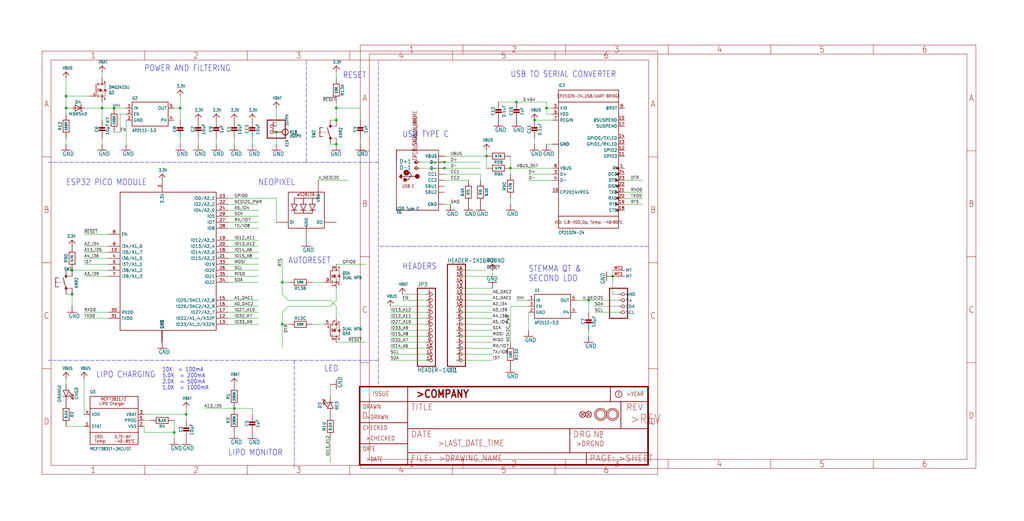
<source format=kicad_sch>
(kicad_sch (version 20211123) (generator eeschema)
  (paper "User" 433.07 220.421)
  (junction (at 78.74 175.26))
  (junction (at 259.08 116.84))
  (junction (at 43.18 45.72))
  (junction (at 119.38 137.16))
  (junction (at 30.48 124.46))
  (junction (at 73.66 182.88))
  (junction (at 27.94 40.64))
  (junction (at 218.44 43.18))
  (junction (at 142.24 60.96))
  (junction (at 27.94 45.72))
  (junction (at 116.84 55.88))
  (junction (at 215.9 71.12))
  (junction (at 142.24 50.8))
  (junction (at 205.74 66.04))
  (junction (at 119.38 119.38))
  (junction (at 187.96 71.12))
  (junction (at 48.26 45.72))
  (junction (at 248.92 127))
  (junction (at 142.24 45.72))
  (junction (at 76.2 45.72))
  (junction (at 226.06 50.8))
  (junction (at 187.96 68.58))
  (junction (at 231.14 45.72))
  (junction (at 30.48 114.3))
  (junction (at 99.06 172.72))
  (wire (pts (xy 187.96 73.66) (xy 203.2 73.66)))
  (wire (pts (xy 226.06 58.42) (xy 226.06 60.96)))
  (wire (pts (xy 215.9 66.04) (xy 215.9 71.12)))
  (wire (pts (xy 76.2 50.8) (xy 76.2 45.72)))
  (wire (pts (xy 109.22 96.52) (xy 96.52 96.52)))
  (wire (pts (xy 73.66 45.72) (xy 76.2 45.72)))
  (wire (pts (xy 99.06 60.96) (xy 99.06 58.42)))
  (wire (pts (xy 45.72 132.08) (xy 35.56 132.08)))
  (wire (pts (xy 154.94 144.78) (xy 142.24 144.78)))
  (wire (pts (xy 96.52 137.16) (xy 109.22 137.16)))
  (wire (pts (xy 50.8 48.26) (xy 53.34 48.26)))
  (wire (pts (xy 193.04 142.24) (xy 208.28 142.24)))
  (wire (pts (xy 193.04 121.92) (xy 208.28 121.92)))
  (polyline (pts (xy 129.54 68.58) (xy 129.54 25.4)))
  (wire (pts (xy 139.7 167.64) (xy 139.7 162.56)))
  (wire (pts (xy 43.18 30.48) (xy 43.18 33.02)))
  (wire (pts (xy 96.52 132.08) (xy 109.22 132.08)))
  (wire (pts (xy 193.04 134.62) (xy 208.28 134.62)))
  (wire (pts (xy 139.7 185.42) (xy 139.7 195.58)))
  (wire (pts (xy 205.74 66.04) (xy 187.96 66.04)))
  (wire (pts (xy 119.38 132.08) (xy 119.38 137.16)))
  (wire (pts (xy 193.04 137.16) (xy 208.28 137.16)))
  (wire (pts (xy 165.1 152.4) (xy 180.34 152.4)))
  (wire (pts (xy 116.84 60.96) (xy 116.84 55.88)))
  (wire (pts (xy 165.1 139.7) (xy 180.34 139.7)))
  (wire (pts (xy 205.74 66.04) (xy 205.74 71.12)))
  (wire (pts (xy 45.72 111.76) (xy 35.56 111.76)))
  (wire (pts (xy 43.18 45.72) (xy 43.18 50.8)))
  (wire (pts (xy 99.06 172.72) (xy 86.36 172.72)))
  (wire (pts (xy 142.24 121.92) (xy 142.24 127)))
  (wire (pts (xy 187.96 71.12) (xy 177.8 71.12)))
  (wire (pts (xy 119.38 137.16) (xy 121.92 137.16)))
  (wire (pts (xy 119.38 109.22) (xy 119.38 119.38)))
  (wire (pts (xy 251.46 132.08) (xy 261.62 132.08)))
  (wire (pts (xy 271.78 83.82) (xy 264.16 83.82)))
  (wire (pts (xy 203.2 73.66) (xy 203.2 76.2)))
  (wire (pts (xy 223.52 76.2) (xy 233.68 76.2)))
  (wire (pts (xy 35.56 104.14) (xy 45.72 104.14)))
  (wire (pts (xy 231.14 43.18) (xy 231.14 45.72)))
  (polyline (pts (xy 124.46 152.4) (xy 124.46 198.12)))
  (wire (pts (xy 27.94 45.72) (xy 27.94 40.64)))
  (wire (pts (xy 215.9 71.12) (xy 215.9 73.66)))
  (wire (pts (xy 60.96 182.88) (xy 73.66 182.88)))
  (wire (pts (xy 96.52 127) (xy 109.22 127)))
  (polyline (pts (xy 160.02 152.4) (xy 160.02 104.14)))
  (wire (pts (xy 139.7 60.96) (xy 142.24 60.96)))
  (wire (pts (xy 205.74 66.04) (xy 205.74 63.5)))
  (wire (pts (xy 208.28 149.86) (xy 193.04 149.86)))
  (wire (pts (xy 45.72 99.06) (xy 35.56 99.06)))
  (wire (pts (xy 190.5 86.36) (xy 187.96 86.36)))
  (wire (pts (xy 259.08 124.46) (xy 261.62 124.46)))
  (wire (pts (xy 203.2 71.12) (xy 187.96 71.12)))
  (wire (pts (xy 109.22 111.76) (xy 96.52 111.76)))
  (wire (pts (xy 223.52 73.66) (xy 233.68 73.66)))
  (wire (pts (xy 96.52 116.84) (xy 109.22 116.84)))
  (wire (pts (xy 96.52 109.22) (xy 109.22 109.22)))
  (wire (pts (xy 180.34 137.16) (xy 165.1 137.16)))
  (polyline (pts (xy 160.02 68.58) (xy 160.02 25.4)))
  (wire (pts (xy 119.38 119.38) (xy 121.92 119.38)))
  (wire (pts (xy 27.94 160.02) (xy 27.94 162.56)))
  (wire (pts (xy 170.18 124.46) (xy 180.34 124.46)))
  (wire (pts (xy 248.92 139.7) (xy 248.92 142.24)))
  (wire (pts (xy 50.8 55.88) (xy 50.8 48.26)))
  (wire (pts (xy 78.74 177.8) (xy 78.74 175.26)))
  (wire (pts (xy 73.66 182.88) (xy 73.66 185.42)))
  (wire (pts (xy 96.52 88.9) (xy 109.22 88.9)))
  (polyline (pts (xy 160.02 162.56) (xy 160.02 152.4)))
  (wire (pts (xy 96.52 119.38) (xy 109.22 119.38)))
  (wire (pts (xy 48.26 55.88) (xy 50.8 55.88)))
  (wire (pts (xy 116.84 93.98) (xy 116.84 83.82)))
  (wire (pts (xy 142.24 111.76) (xy 154.94 111.76)))
  (wire (pts (xy 35.56 175.26) (xy 35.56 160.02)))
  (wire (pts (xy 30.48 114.3) (xy 27.94 114.3)))
  (polyline (pts (xy 20.32 68.58) (xy 129.54 68.58)))
  (wire (pts (xy 233.68 50.8) (xy 226.06 50.8)))
  (wire (pts (xy 233.68 60.96) (xy 231.14 60.96)))
  (wire (pts (xy 233.68 45.72) (xy 231.14 45.72)))
  (wire (pts (xy 27.94 40.64) (xy 27.94 33.02)))
  (wire (pts (xy 261.62 127) (xy 248.92 127)))
  (wire (pts (xy 60.96 180.34) (xy 60.96 182.88)))
  (wire (pts (xy 208.28 132.08) (xy 193.04 132.08)))
  (wire (pts (xy 215.9 86.36) (xy 215.9 83.82)))
  (wire (pts (xy 132.08 119.38) (xy 137.16 119.38)))
  (wire (pts (xy 208.28 144.78) (xy 193.04 144.78)))
  (wire (pts (xy 193.04 129.54) (xy 208.28 129.54)))
  (wire (pts (xy 121.92 127) (xy 119.38 124.46)))
  (wire (pts (xy 264.16 81.28) (xy 271.78 81.28)))
  (wire (pts (xy 139.7 129.54) (xy 121.92 129.54)))
  (wire (pts (xy 96.52 104.14) (xy 109.22 104.14)))
  (wire (pts (xy 27.94 124.46) (xy 30.48 124.46)))
  (wire (pts (xy 193.04 127) (xy 208.28 127)))
  (polyline (pts (xy 124.46 152.4) (xy 20.32 152.4)))
  (wire (pts (xy 233.68 71.12) (xy 215.9 71.12)))
  (wire (pts (xy 264.16 76.2) (xy 271.78 76.2)))
  (wire (pts (xy 142.24 134.62) (xy 142.24 129.54)))
  (wire (pts (xy 45.72 109.22) (xy 35.56 109.22)))
  (wire (pts (xy 142.24 30.48) (xy 142.24 33.02)))
  (wire (pts (xy 193.04 139.7) (xy 208.28 139.7)))
  (wire (pts (xy 35.56 134.62) (xy 45.72 134.62)))
  (wire (pts (xy 134.62 76.2) (xy 147.32 76.2)))
  (wire (pts (xy 261.62 129.54) (xy 251.46 129.54)))
  (wire (pts (xy 99.06 172.72) (xy 106.68 172.72)))
  (wire (pts (xy 53.34 45.72) (xy 48.26 45.72)))
  (wire (pts (xy 96.52 101.6) (xy 109.22 101.6)))
  (wire (pts (xy 35.56 106.68) (xy 45.72 106.68)))
  (wire (pts (xy 121.92 129.54) (xy 119.38 132.08)))
  (wire (pts (xy 78.74 175.26) (xy 78.74 172.72)))
  (polyline (pts (xy 160.02 104.14) (xy 160.02 68.58)))
  (wire (pts (xy 208.28 114.3) (xy 208.28 116.84)))
  (wire (pts (xy 27.94 60.96) (xy 27.94 58.42)))
  (wire (pts (xy 180.34 132.08) (xy 165.1 132.08)))
  (wire (pts (xy 187.96 76.2) (xy 198.12 76.2)))
  (wire (pts (xy 96.52 86.36) (xy 109.22 86.36)))
  (wire (pts (xy 218.44 43.18) (xy 231.14 43.18)))
  (wire (pts (xy 48.26 45.72) (xy 43.18 45.72)))
  (wire (pts (xy 193.04 152.4) (xy 208.28 152.4)))
  (wire (pts (xy 218.44 43.18) (xy 210.82 43.18)))
  (wire (pts (xy 60.96 177.8) (xy 63.5 177.8)))
  (wire (pts (xy 91.44 60.96) (xy 91.44 58.42)))
  (wire (pts (xy 96.52 134.62) (xy 109.22 134.62)))
  (wire (pts (xy 76.2 45.72) (xy 76.2 40.64)))
  (wire (pts (xy 73.66 177.8) (xy 73.66 182.88)))
  (wire (pts (xy 233.68 48.26) (xy 231.14 48.26)))
  (wire (pts (xy 83.82 58.42) (xy 83.82 60.96)))
  (wire (pts (xy 116.84 45.72) (xy 116.84 53.34)))
  (wire (pts (xy 27.94 48.26) (xy 27.94 45.72)))
  (wire (pts (xy 139.7 127) (xy 121.92 127)))
  (wire (pts (xy 208.28 116.84) (xy 193.04 116.84)))
  (wire (pts (xy 96.52 91.44) (xy 109.22 91.44)))
  (wire (pts (xy 259.08 116.84) (xy 259.08 114.3)))
  (wire (pts (xy 119.38 124.46) (xy 119.38 119.38)))
  (wire (pts (xy 243.84 127) (xy 248.92 127)))
  (wire (pts (xy 170.18 127) (xy 180.34 127)))
  (polyline (pts (xy 160.02 68.58) (xy 129.54 68.58)))
  (wire (pts (xy 142.24 50.8) (xy 139.7 50.8)))
  (wire (pts (xy 27.94 180.34) (xy 35.56 180.34)))
  (wire (pts (xy 165.1 142.24) (xy 180.34 142.24)))
  (polyline (pts (xy 274.32 104.14) (xy 160.02 104.14)))
  (wire (pts (xy 106.68 60.96) (xy 106.68 58.42)))
  (wire (pts (xy 96.52 83.82) (xy 116.84 83.82)))
  (wire (pts (xy 193.04 124.46) (xy 208.28 124.46)))
  (wire (pts (xy 259.08 124.46) (xy 259.08 116.84)))
  (wire (pts (xy 223.52 132.08) (xy 223.52 139.7)))
  (wire (pts (xy 43.18 58.42) (xy 43.18 60.96)))
  (wire (pts (xy 142.24 129.54) (xy 139.7 127)))
  (wire (pts (xy 165.1 144.78) (xy 180.34 144.78)))
  (wire (pts (xy 96.52 114.3) (xy 109.22 114.3)))
  (wire (pts (xy 35.56 45.72) (xy 43.18 45.72)))
  (wire (pts (xy 96.52 93.98) (xy 109.22 93.98)))
  (wire (pts (xy 193.04 114.3) (xy 205.74 114.3)))
  (wire (pts (xy 180.34 129.54) (xy 165.1 129.54)))
  (wire (pts (xy 35.56 116.84) (xy 45.72 116.84)))
  (wire (pts (xy 96.52 129.54) (xy 109.22 129.54)))
  (wire (pts (xy 215.9 129.54) (xy 215.9 144.78)))
  (wire (pts (xy 38.1 40.64) (xy 27.94 40.64)))
  (wire (pts (xy 165.1 134.62) (xy 180.34 134.62)))
  (wire (pts (xy 142.24 45.72) (xy 142.24 50.8)))
  (wire (pts (xy 30.48 45.72) (xy 27.94 45.72)))
  (wire (pts (xy 223.52 127) (xy 218.44 127)))
  (wire (pts (xy 231.14 45.72) (xy 231.14 48.26)))
  (wire (pts (xy 180.34 149.86) (xy 165.1 149.86)))
  (wire (pts (xy 142.24 127) (xy 139.7 129.54)))
  (polyline (pts (xy 160.02 152.4) (xy 124.46 152.4)))
  (wire (pts (xy 137.16 137.16) (xy 132.08 137.16)))
  (wire (pts (xy 142.24 43.18) (xy 142.24 45.72)))
  (wire (pts (xy 223.52 129.54) (xy 215.9 129.54)))
  (wire (pts (xy 119.38 137.16) (xy 119.38 147.32)))
  (wire (pts (xy 45.72 114.3) (xy 30.48 114.3)))
  (wire (pts (xy 96.52 106.68) (xy 109.22 106.68)))
  (wire (pts (xy 76.2 58.42) (xy 76.2 60.96)))
  (wire (pts (xy 248.92 132.08) (xy 248.92 127)))
  (wire (pts (xy 106.68 172.72) (xy 106.68 175.26)))
  (wire (pts (xy 30.48 124.46) (xy 30.48 129.54)))
  (wire (pts (xy 152.4 60.96) (xy 152.4 58.42)))
  (wire (pts (xy 187.96 68.58) (xy 177.8 68.58)))
  (wire (pts (xy 142.24 45.72) (xy 152.4 45.72)))
  (wire (pts (xy 193.04 147.32) (xy 208.28 147.32)))
  (wire (pts (xy 271.78 86.36) (xy 264.16 86.36)))
  (wire (pts (xy 53.34 50.8) (xy 53.34 60.96)))
  (wire (pts (xy 60.96 175.26) (xy 78.74 175.26)))
  (wire (pts (xy 152.4 50.8) (xy 152.4 45.72)))
  (wire (pts (xy 203.2 68.58) (xy 187.96 68.58)))
  (wire (pts (xy 43.18 43.18) (xy 43.18 45.72)))
  (wire (pts (xy 180.34 147.32) (xy 165.1 147.32)))
  (text "AUTORESET" (at 121.92 111.76 180) (effects (font (size 2.54 2.159)) (justify left bottom)))
  (text "NEOPIXEL" (at 109.22 78.74 180) (effects (font (size 2.54 2.159)) (justify left bottom)))
  (text "LIPO CHARGING" (at 40.64 160.02 180) (effects (font (size 2.54 2.159)) (justify left bottom)))
  (text "POWER AND FILTERING" (at 60.96 30.48 180) (effects (font (size 2.54 2.159)) (justify left bottom)))
  (text "5.0K  = 200mA" (at 68.58 160.02 180) (effects (font (size 1.778 1.5113)) (justify left bottom)))
  (text "RESET" (at 154.94 30.48 180) (effects (font (size 2.54 2.159)) (justify right top)))
  (text "USB TO SERIAL CONVERTER" (at 215.9 33.02 180) (effects (font (size 2.54 2.159)) (justify left bottom)))
  (text "STEMMA QT &\nSECOND LDO" (at 223.52 119.38 180) (effects (font (size 2.54 2.159)) (justify left bottom)))
  (text "ESP32 PICO MODULE" (at 27.94 78.74 180) (effects (font (size 2.54 2.159)) (justify left bottom)))
  (text "2.0K  = 500mA" (at 68.58 162.56 180) (effects (font (size 1.778 1.5113)) (justify left bottom)))
  (text "HEADERS" (at 170.18 114.3 180) (effects (font (size 2.54 2.159)) (justify left bottom)))
  (text "LED" (at 137.16 157.48 180) (effects (font (size 2.54 2.159)) (justify left bottom)))
  (text "USB TYPE C" (at 170.18 58.42 180) (effects (font (size 2.54 2.159)) (justify left bottom)))
  (text "10K  = 100mA" (at 68.58 157.48 180) (effects (font (size 1.778 1.5113)) (justify left bottom)))
  (text "1.0K  = 1000mA" (at 68.58 165.1 180) (effects (font (size 1.778 1.5113)) (justify left bottom)))
  (text "LIPO MONITOR" (at 96.52 193.04 180) (effects (font (size 2.54 2.159)) (justify left bottom)))
  (label "~{RESET}" (at 205.74 114.3 0) (effects (font (size 1.2446 1.2446))))
  (label "A2_I34" (at 35.56 104.14 0) (effects (font (size 1.2446 1.2446))))
  (label "A4_I36" (at 208.28 134.62 0) (effects (font (size 1.2446 1.2446))))
  (label "IO14_A6" (at 99.06 106.68 0) (effects (font (size 1.2446 1.2446))))
  (label "NEOI2C_PWR" (at 99.06 86.36 0) (effects (font (size 1.2446 1.2446))))
  (label "SDA" (at 165.1 152.4 0) (effects (font (size 1.2446 1.2446))))
  (label "IO15_A8" (at 165.1 142.24 0) (effects (font (size 1.2446 1.2446))))
  (label "RXD0" (at 35.56 132.08 0) (effects (font (size 1.2446 1.2446))))
  (label "MISO" (at 99.06 116.84 0) (effects (font (size 1.2446 1.2446))))
  (label "MOSI" (at 99.06 111.76 0) (effects (font (size 1.2446 1.2446))))
  (label "I37" (at 208.28 152.4 0) (effects (font (size 1.2446 1.2446))))
  (label "3.45V" (at 220.98 43.18 0) (effects (font (size 1.2446 1.2446))))
  (label "MOSI" (at 208.28 142.24 0) (effects (font (size 1.2446 1.2446))))
  (label "IO14_A6" (at 165.1 147.32 0) (effects (font (size 1.2446 1.2446))))
  (label "~{RESET}" (at 142.24 43.18 180) (effects (font (size 1.2446 1.2446))))
  (label "VHI" (at 50.8 45.72 180) (effects (font (size 1.2446 1.2446))))
  (label "GPIO0" (at 144.78 111.76 0) (effects (font (size 1.2446 1.2446))))
  (label "A2_I34" (at 208.28 129.54 0) (effects (font (size 1.2446 1.2446))))
  (label "MISO" (at 208.28 144.78 0) (effects (font (size 1.2446 1.2446))))
  (label "D+" (at 190.5 68.58 0) (effects (font (size 1.2446 1.2446))))
  (label "~{RESET}" (at 35.56 99.06 0) (effects (font (size 1.2446 1.2446))))
  (label "A13_I35" (at 86.36 172.72 0) (effects (font (size 1.2446 1.2446))))
  (label "DTR" (at 121.92 137.16 270) (effects (font (size 1.2446 1.2446))))
  (label "TX/IO8" (at 99.06 96.52 0) (effects (font (size 1.2446 1.2446))))
  (label "V_NEOI2C" (at 246.38 127 0) (effects (font (size 1.2446 1.2446))))
  (label "A5_IO4" (at 208.28 137.16 0) (effects (font (size 1.2446 1.2446))))
  (label "A5_IO4" (at 99.06 88.9 0) (effects (font (size 1.2446 1.2446))))
  (label "IO13_A12" (at 139.7 193.04 90) (effects (font (size 1.2446 1.2446))))
  (label "A0_DAC2" (at 208.28 124.46 0) (effects (font (size 1.2446 1.2446))))
  (label "V_NEOI2C" (at 134.62 76.2 0) (effects (font (size 1.2446 1.2446))))
  (label "VHI" (at 218.44 127 0) (effects (font (size 1.2446 1.2446))))
  (label "SCL" (at 251.46 132.08 0) (effects (font (size 1.2446 1.2446))))
  (label "IO12_A11" (at 165.1 134.62 0) (effects (font (size 1.2446 1.2446))))
  (label "GPIO0" (at 99.06 83.82 0) (effects (font (size 1.2446 1.2446))))
  (label "TX/IO8" (at 208.28 149.86 0) (effects (font (size 1.2446 1.2446))))
  (label "SCK" (at 99.06 91.44 0) (effects (font (size 1.2446 1.2446))))
  (label "A0_DAC2" (at 99.06 129.54 0) (effects (font (size 1.2446 1.2446))))
  (label "GND" (at 190.5 86.36 0) (effects (font (size 1.2446 1.2446))))
  (label "RTS" (at 266.7 86.36 0) (effects (font (size 1.2446 1.2446))))
  (label "EN" (at 50.8 55.88 0) (effects (font (size 1.2446 1.2446))))
  (label "DTR" (at 266.7 76.2 0) (effects (font (size 1.2446 1.2446))))
  (label "EN" (at 170.18 127 0) (effects (font (size 1.2446 1.2446))))
  (label "SDA" (at 99.06 119.38 0) (effects (font (size 1.2446 1.2446))))
  (label "IO27_A10" (at 99.06 132.08 0) (effects (font (size 1.2446 1.2446))))
  (label "CC1" (at 190.5 73.66 0) (effects (font (size 1.2446 1.2446))))
  (label "IO33_A9" (at 99.06 137.16 0) (effects (font (size 1.2446 1.2446))))
  (label "SDA" (at 251.46 129.54 0) (effects (font (size 1.2446 1.2446))))
  (label "IO32_A7" (at 165.1 144.78 0) (effects (font (size 1.2446 1.2446))))
  (label "I37" (at 35.56 111.76 0) (effects (font (size 1.2446 1.2446))))
  (label "IO32_A7" (at 99.06 134.62 0) (effects (font (size 1.2446 1.2446))))
  (label "VBUS" (at 190.5 66.04 0) (effects (font (size 1.2446 1.2446))))
  (label "D+" (at 223.52 73.66 0) (effects (font (size 1.2446 1.2446))))
  (label "RX/IO7" (at 208.28 147.32 0) (effects (font (size 1.2446 1.2446))))
  (label "VBUS_DET" (at 218.44 71.12 0) (effects (font (size 1.2446 1.2446))))
  (label "RXD0" (at 266.7 81.28 0) (effects (font (size 1.2446 1.2446))))
  (label "TXD0" (at 266.7 83.82 0) (effects (font (size 1.2446 1.2446))))
  (label "SCK" (at 208.28 139.7 0) (effects (font (size 1.2446 1.2446))))
  (label "A3_I39" (at 208.28 132.08 0) (effects (font (size 1.2446 1.2446))))
  (label "IO13_A12" (at 165.1 132.08 0) (effects (font (size 1.2446 1.2446))))
  (label "NEOI2C_PWR" (at 215.9 144.78 90) (effects (font (size 1.2446 1.2446))))
  (label "RX/IO7" (at 99.06 93.98 0) (effects (font (size 1.2446 1.2446))))
  (label "SCL" (at 99.06 114.3 0) (effects (font (size 1.2446 1.2446))))
  (label "A4_I36" (at 35.56 109.22 0) (effects (font (size 1.2446 1.2446))))
  (label "IO13_A12" (at 99.06 104.14 0) (effects (font (size 1.2446 1.2446))))
  (label "IO12_A11" (at 99.06 101.6 0) (effects (font (size 1.2446 1.2446))))
  (label "IO15_A8" (at 99.06 109.22 0) (effects (font (size 1.2446 1.2446))))
  (label "D-" (at 190.5 71.12 0) (effects (font (size 1.2446 1.2446))))
  (label "A3_I39" (at 35.56 116.84 0) (effects (font (size 1.2446 1.2446))))
  (label "A1_DAC1" (at 99.06 127 0) (effects (font (size 1.2446 1.2446))))
  (label "TXD0" (at 35.56 134.62 0) (effects (font (size 1.2446 1.2446))))
  (label "D-" (at 223.52 76.2 0) (effects (font (size 1.2446 1.2446))))
  (label "CC2" (at 190.5 76.2 0) (effects (font (size 1.2446 1.2446))))
  (label "A1_DAC1" (at 208.28 127 0) (effects (font (size 1.2446 1.2446))))
  (label "SCL" (at 165.1 149.86 0) (effects (font (size 1.2446 1.2446))))
  (label "IO33_A9" (at 165.1 139.7 0) (effects (font (size 1.2446 1.2446))))
  (label "RTS" (at 119.38 109.22 270) (effects (font (size 1.2446 1.2446))))
  (label "~{RESET}" (at 147.32 144.78 0) (effects (font (size 1.2446 1.2446))))
  (label "A13_I35" (at 35.56 106.68 0) (effects (font (size 1.2446 1.2446))))
  (label "IO27_A10" (at 165.1 137.16 0) (effects (font (size 1.2446 1.2446))))
  (symbol (lib_id "schematicEagle-eagle-import:FRAME_A4") (at 17.78 200.66 0) (unit 1)
    (property "Reference" "#FRAME1" (effects hide))
    (property "Value" "FRAME_A4" (effects hide))
    (property "Footprint" "schematicEagle:" (effects hide))
  )
  (symbol (lib_id "schematicEagle-eagle-import:3.3V") (at 208.28 111.76 0) (mirror y) (unit 1)
    (property "Reference" "#U$6" (effects hide))
    (property "Value" "3.3V" (at 209.804 110.744 0) (effects (font (size 1.27 1.0795)) (justify left bottom)))
    (property "Footprint" "schematicEagle:" (effects hide))
  )
  (symbol (lib_id "schematicEagle-eagle-import:VBAT") (at 116.84 43.18 0) (unit 1)
    (property "Reference" "#U$16" (effects hide))
    (property "Value" "VBAT" (at 115.316 42.164 0) (effects (font (size 1.27 1.0795)) (justify left bottom)))
    (property "Footprint" "schematicEagle:" (effects hide))
  )
  (symbol (lib_id "schematicEagle-eagle-import:GND") (at 142.24 162.56 90) (unit 1)
    (property "Reference" "#U$8" (effects hide))
    (property "Value" "GND" (at 144.78 164.084 0) (effects (font (size 1.778 1.5113)) (justify left bottom)))
    (property "Footprint" "schematicEagle:" (effects hide))
  )
  (symbol (lib_id "schematicEagle-eagle-import:GND") (at 99.06 63.5 0) (unit 1)
    (property "Reference" "#U$4" (effects hide))
    (property "Value" "GND" (at 97.536 66.04 0) (effects (font (size 1.778 1.5113)) (justify left bottom)))
    (property "Footprint" "schematicEagle:" (effects hide))
  )
  (symbol (lib_id "schematicEagle-eagle-import:RESISTOR_0603_NOOUT") (at 203.2 81.28 90) (unit 1)
    (property "Reference" "R6" (at 203.2 81.28 0))
    (property "Value" "5.1K" (at 205.74 81.28 0) (effects (font (size 1.016 1.016) bold)))
    (property "Footprint" "schematicEagle:0603-NO" (effects hide))
  )
  (symbol (lib_id "schematicEagle-eagle-import:VBUS") (at 27.94 157.48 0) (unit 1)
    (property "Reference" "#U$38" (effects hide))
    (property "Value" "VBUS" (at 26.416 156.464 0) (effects (font (size 1.27 1.0795)) (justify left bottom)))
    (property "Footprint" "schematicEagle:" (effects hide))
  )
  (symbol (lib_id "schematicEagle-eagle-import:GND") (at 53.34 63.5 0) (unit 1)
    (property "Reference" "#U$30" (effects hide))
    (property "Value" "GND" (at 51.816 66.04 0) (effects (font (size 1.778 1.5113)) (justify left bottom)))
    (property "Footprint" "schematicEagle:" (effects hide))
  )
  (symbol (lib_id "schematicEagle-eagle-import:ESP32-PICO-MINI-02MINI") (at 68.58 116.84 0) (unit 1)
    (property "Reference" "X3" (effects hide))
    (property "Value" "ESP32-PICO-MINI-02MINI" (effects hide))
    (property "Footprint" "schematicEagle:ESP32-PICO-MINI" (effects hide))
  )
  (symbol (lib_id "schematicEagle-eagle-import:GND") (at 223.52 142.24 0) (unit 1)
    (property "Reference" "#U$12" (effects hide))
    (property "Value" "GND" (at 221.996 144.78 0) (effects (font (size 1.778 1.5113)) (justify left bottom)))
    (property "Footprint" "schematicEagle:" (effects hide))
  )
  (symbol (lib_id "schematicEagle-eagle-import:VBAT") (at 78.74 170.18 0) (unit 1)
    (property "Reference" "#U$39" (effects hide))
    (property "Value" "VBAT" (at 77.216 169.164 0) (effects (font (size 1.27 1.0795)) (justify left bottom)))
    (property "Footprint" "schematicEagle:" (effects hide))
  )
  (symbol (lib_id "schematicEagle-eagle-import:3.3V") (at 142.24 27.94 0) (unit 1)
    (property "Reference" "#U$5" (effects hide))
    (property "Value" "3.3V" (at 140.716 26.924 0) (effects (font (size 1.27 1.0795)) (justify left bottom)))
    (property "Footprint" "schematicEagle:" (effects hide))
  )
  (symbol (lib_id "schematicEagle-eagle-import:GND") (at 129.54 104.14 0) (unit 1)
    (property "Reference" "#U$37" (effects hide))
    (property "Value" "GND" (at 128.016 106.68 0) (effects (font (size 1.778 1.5113)) (justify left bottom)))
    (property "Footprint" "schematicEagle:" (effects hide))
  )
  (symbol (lib_id "schematicEagle-eagle-import:CON_JST_PH_2PIN_MT_BATT") (at 114.3 53.34 180) (unit 1)
    (property "Reference" "X1" (at 120.65 59.055 90) (effects (font (size 1.27 1.0795)) (justify left bottom)))
    (property "Value" "JSTPH" (at 120.65 48.26 90) (effects (font (size 1.27 1.0795)) (justify left bottom)))
    (property "Footprint" "schematicEagle:JSTPH2_BATT" (effects hide))
  )
  (symbol (lib_id "schematicEagle-eagle-import:GND") (at 68.58 147.32 0) (unit 1)
    (property "Reference" "#U$45" (effects hide))
    (property "Value" "GND" (at 67.056 149.86 0) (effects (font (size 1.778 1.5113)) (justify left bottom)))
    (property "Footprint" "schematicEagle:" (effects hide))
  )
  (symbol (lib_id "schematicEagle-eagle-import:LED0603_NOOUTLINE") (at 139.7 170.18 90) (unit 1)
    (property "Reference" "D3" (at 135.255 171.45 0))
    (property "Value" "RED" (at 142.494 171.45 0))
    (property "Footprint" "schematicEagle:CHIPLED_0603_NOOUTLINE" (effects hide))
  )
  (symbol (lib_id "schematicEagle-eagle-import:VREG_SOT23-5") (at 63.5 48.26 0) (unit 1)
    (property "Reference" "U2" (at 55.88 42.164 0) (effects (font (size 1.27 1.0795)) (justify left bottom)))
    (property "Value" "AP2112-3.3" (at 55.88 55.88 0) (effects (font (size 1.27 1.0795)) (justify left bottom)))
    (property "Footprint" "schematicEagle:SOT23-5" (effects hide))
  )
  (symbol (lib_id "schematicEagle-eagle-import:TPB1,27") (at 175.26 71.12 90) (unit 1)
    (property "Reference" "D-1" (at 173.99 69.85 90) (effects (font (size 1.778 1.5113)) (justify left bottom)))
    (property "Value" "TPB1,27" (effects hide))
    (property "Footprint" "schematicEagle:B1,27" (effects hide))
  )
  (symbol (lib_id "schematicEagle-eagle-import:GND") (at 83.82 63.5 0) (unit 1)
    (property "Reference" "#U$17" (effects hide))
    (property "Value" "GND" (at 82.296 66.04 0) (effects (font (size 1.778 1.5113)) (justify left bottom)))
    (property "Footprint" "schematicEagle:" (effects hide))
  )
  (symbol (lib_id "schematicEagle-eagle-import:GND") (at 218.44 53.34 0) (unit 1)
    (property "Reference" "#U$54" (effects hide))
    (property "Value" "GND" (at 216.916 55.88 0) (effects (font (size 1.778 1.5113)) (justify left bottom)))
    (property "Footprint" "schematicEagle:" (effects hide))
  )
  (symbol (lib_id "schematicEagle-eagle-import:CAP_CERAMIC0603_NO") (at 226.06 55.88 0) (unit 1)
    (property "Reference" "C11" (at 223.77 54.63 90))
    (property "Value" "0.1uF" (at 228.36 54.63 90))
    (property "Footprint" "schematicEagle:0603-NO" (effects hide))
  )
  (symbol (lib_id "schematicEagle-eagle-import:VBAT") (at 43.18 27.94 0) (unit 1)
    (property "Reference" "#U$21" (effects hide))
    (property "Value" "VBAT" (at 41.656 26.924 0) (effects (font (size 1.27 1.0795)) (justify left bottom)))
    (property "Footprint" "schematicEagle:" (effects hide))
  )
  (symbol (lib_id "schematicEagle-eagle-import:USB_C") (at 177.8 76.2 0) (unit 1)
    (property "Reference" "X6" (at 167.64 90.424 0) (effects (font (size 1.27 1.0795)) (justify left bottom)))
    (property "Value" "USB Type C" (at 167.64 88.9 0) (effects (font (size 1.27 1.0795)) (justify left bottom)))
    (property "Footprint" "schematicEagle:USB_C_CUSB31-CFM2AX-01-X" (effects hide))
  )
  (symbol (lib_id "schematicEagle-eagle-import:CAP_CERAMIC0603_NO") (at 106.68 180.34 0) (unit 1)
    (property "Reference" "C5" (at 104.39 179.09 90))
    (property "Value" "1uF" (at 108.98 179.09 90))
    (property "Footprint" "schematicEagle:0603-NO" (effects hide))
  )
  (symbol (lib_id "schematicEagle-eagle-import:GND") (at 106.68 63.5 0) (unit 1)
    (property "Reference" "#U$56" (effects hide))
    (property "Value" "GND" (at 105.156 66.04 0) (effects (font (size 1.778 1.5113)) (justify left bottom)))
    (property "Footprint" "schematicEagle:" (effects hide))
  )
  (symbol (lib_id "schematicEagle-eagle-import:3.3V") (at 76.2 38.1 0) (unit 1)
    (property "Reference" "#U$10" (effects hide))
    (property "Value" "3.3V" (at 74.676 37.084 0) (effects (font (size 1.27 1.0795)) (justify left bottom)))
    (property "Footprint" "schematicEagle:" (effects hide))
  )
  (symbol (lib_id "schematicEagle-eagle-import:GND") (at 106.68 185.42 0) (unit 1)
    (property "Reference" "#U$26" (effects hide))
    (property "Value" "GND" (at 105.156 187.96 0) (effects (font (size 1.778 1.5113)) (justify left bottom)))
    (property "Footprint" "schematicEagle:" (effects hide))
  )
  (symbol (lib_id "schematicEagle-eagle-import:CAP_CERAMIC0805-NOOUTLINE") (at 78.74 182.88 0) (unit 1)
    (property "Reference" "C3" (at 76.45 181.63 90))
    (property "Value" "10µF" (at 81.04 181.63 90))
    (property "Footprint" "schematicEagle:0805-NO" (effects hide))
  )
  (symbol (lib_id "schematicEagle-eagle-import:RESISTOR_4PACK") (at 210.82 71.12 180) (unit 1)
    (property "Reference" "R9" (at 210.82 73.66 0))
    (property "Value" "47K" (at 210.82 71.12 0) (effects (font (size 1.016 1.016) bold)))
    (property "Footprint" "schematicEagle:RESPACK_4X0603" (effects hide))
  )
  (symbol (lib_id "schematicEagle-eagle-import:CAP_CERAMIC0805-NOOUTLINE") (at 83.82 55.88 0) (unit 1)
    (property "Reference" "C2" (at 81.53 54.63 90))
    (property "Value" "10uF" (at 86.12 54.63 90))
    (property "Footprint" "schematicEagle:0805-NO" (effects hide))
  )
  (symbol (lib_id "schematicEagle-eagle-import:GND") (at 215.9 88.9 0) (unit 1)
    (property "Reference" "#U$60" (effects hide))
    (property "Value" "GND" (at 214.376 91.44 0) (effects (font (size 1.778 1.5113)) (justify left bottom)))
    (property "Footprint" "schematicEagle:" (effects hide))
  )
  (symbol (lib_id "schematicEagle-eagle-import:FIDUCIAL_1MM") (at 246.38 175.26 0) (unit 1)
    (property "Reference" "U$35" (effects hide))
    (property "Value" "FIDUCIAL_1MM" (effects hide))
    (property "Footprint" "schematicEagle:FIDUCIAL_1MM" (effects hide))
  )
  (symbol (lib_id "schematicEagle-eagle-import:STEMMA_I2C_QTRA") (at 259.08 116.84 0) (unit 2)
    (property "Reference" "CONN1" (effects hide))
    (property "Value" "STEMMA_I2C_QTRA" (effects hide))
    (property "Footprint" "schematicEagle:JST_SH4_RA" (effects hide))
  )
  (symbol (lib_id "schematicEagle-eagle-import:STEMMA_I2C_QTRA") (at 259.08 114.3 0) (unit 3)
    (property "Reference" "CONN1" (effects hide))
    (property "Value" "STEMMA_I2C_QTRA" (effects hide))
    (property "Footprint" "schematicEagle:JST_SH4_RA" (effects hide))
  )
  (symbol (lib_id "schematicEagle-eagle-import:CAP_CERAMIC0603_NO") (at 152.4 55.88 0) (unit 1)
    (property "Reference" "C4" (at 150.11 54.63 90))
    (property "Value" "1uF" (at 154.7 54.63 90))
    (property "Footprint" "schematicEagle:0603-NO" (effects hide))
  )
  (symbol (lib_id "schematicEagle-eagle-import:GND") (at 256.54 116.84 270) (unit 1)
    (property "Reference" "#U$46" (effects hide))
    (property "Value" "GND" (at 254 115.316 0) (effects (font (size 1.778 1.5113)) (justify left bottom)))
    (property "Footprint" "schematicEagle:" (effects hide))
  )
  (symbol (lib_id "schematicEagle-eagle-import:GND") (at 190.5 88.9 0) (unit 1)
    (property "Reference" "#U$50" (effects hide))
    (property "Value" "GND" (at 188.976 91.44 0) (effects (font (size 1.778 1.5113)) (justify left bottom)))
    (property "Footprint" "schematicEagle:" (effects hide))
  )
  (symbol (lib_id "schematicEagle-eagle-import:RESISTOR_0603_NOOUT") (at 27.94 175.26 270) (unit 1)
    (property "Reference" "R2" (at 30.48 175.26 0))
    (property "Value" "5.1K" (at 27.94 175.26 0) (effects (font (size 1.016 1.016) bold)))
    (property "Footprint" "schematicEagle:0603-NO" (effects hide))
  )
  (symbol (lib_id "schematicEagle-eagle-import:3.3V") (at 83.82 48.26 0) (unit 1)
    (property "Reference" "#U$24" (effects hide))
    (property "Value" "3.3V" (at 82.296 47.244 0) (effects (font (size 1.27 1.0795)) (justify left bottom)))
    (property "Footprint" "schematicEagle:" (effects hide))
  )
  (symbol (lib_id "schematicEagle-eagle-import:GND") (at 27.94 63.5 0) (unit 1)
    (property "Reference" "#U$25" (effects hide))
    (property "Value" "GND" (at 26.416 66.04 0) (effects (font (size 1.778 1.5113)) (justify left bottom)))
    (property "Footprint" "schematicEagle:" (effects hide))
  )
  (symbol (lib_id "schematicEagle-eagle-import:GND") (at 152.4 63.5 0) (unit 1)
    (property "Reference" "#U$42" (effects hide))
    (property "Value" "GND" (at 150.876 66.04 0) (effects (font (size 1.778 1.5113)) (justify left bottom)))
    (property "Footprint" "schematicEagle:" (effects hide))
  )
  (symbol (lib_id "schematicEagle-eagle-import:GND") (at 208.28 119.38 0) (mirror x) (unit 1)
    (property "Reference" "#GND4" (effects hide))
    (property "Value" "GND" (at 205.74 116.84 0) (effects (font (size 1.778 1.5113)) (justify left bottom)))
    (property "Footprint" "schematicEagle:" (effects hide))
  )
  (symbol (lib_id "schematicEagle-eagle-import:RESISTOR_4PACK") (at 127 137.16 0) (unit 3)
    (property "Reference" "R13" (at 127 134.62 0))
    (property "Value" "10K" (at 127 137.16 0) (effects (font (size 1.016 1.016) bold)))
    (property "Footprint" "schematicEagle:RESPACK_4X0603" (effects hide))
  )
  (symbol (lib_id "schematicEagle-eagle-import:GND") (at 231.14 63.5 0) (unit 1)
    (property "Reference" "#U$11" (effects hide))
    (property "Value" "GND" (at 229.616 66.04 0) (effects (font (size 1.778 1.5113)) (justify left bottom)))
    (property "Footprint" "schematicEagle:" (effects hide))
  )
  (symbol (lib_id "schematicEagle-eagle-import:VBAT") (at 99.06 160.02 0) (unit 1)
    (property "Reference" "#U$40" (effects hide))
    (property "Value" "VBAT" (at 97.536 159.004 0) (effects (font (size 1.27 1.0795)) (justify left bottom)))
    (property "Footprint" "schematicEagle:" (effects hide))
  )
  (symbol (lib_id "schematicEagle-eagle-import:RESISTOR_4PACK") (at 127 119.38 180) (unit 2)
    (property "Reference" "R13" (at 127 121.92 0))
    (property "Value" "10K" (at 127 119.38 0) (effects (font (size 1.016 1.016) bold)))
    (property "Footprint" "schematicEagle:RESPACK_4X0603" (effects hide))
  )
  (symbol (lib_id "schematicEagle-eagle-import:GND") (at 99.06 185.42 0) (unit 1)
    (property "Reference" "#U$41" (effects hide))
    (property "Value" "GND" (at 97.536 187.96 0) (effects (font (size 1.778 1.5113)) (justify left bottom)))
    (property "Footprint" "schematicEagle:" (effects hide))
  )
  (symbol (lib_id "schematicEagle-eagle-import:CP2102N-24") (at 248.92 66.04 0) (unit 1)
    (property "Reference" "IC3" (at 236.22 36.83 0) (effects (font (size 1.27 1.0795)) (justify left bottom)))
    (property "Value" "CP2102N-24" (at 236.22 99.06 0) (effects (font (size 1.27 1.0795)) (justify left bottom)))
    (property "Footprint" "schematicEagle:QFN24_4MM_SMSC" (effects hide))
  )
  (symbol (lib_id "schematicEagle-eagle-import:VREG_SOT23-5") (at 233.68 129.54 0) (unit 1)
    (property "Reference" "U1" (at 226.06 123.444 0) (effects (font (size 1.27 1.0795)) (justify left bottom)))
    (property "Value" "AP2112-3.3" (at 226.06 137.16 0) (effects (font (size 1.27 1.0795)) (justify left bottom)))
    (property "Footprint" "schematicEagle:SOT23-5" (effects hide))
  )
  (symbol (lib_id "schematicEagle-eagle-import:RESISTOR_4PACK") (at 215.9 78.74 90) (unit 3)
    (property "Reference" "R9" (at 213.36 78.74 0))
    (property "Value" "47K" (at 215.9 78.74 0) (effects (font (size 1.016 1.016) bold)))
    (property "Footprint" "schematicEagle:RESPACK_4X0603" (effects hide))
  )
  (symbol (lib_id "schematicEagle-eagle-import:GND") (at 226.06 63.5 0) (unit 1)
    (property "Reference" "#U$58" (effects hide))
    (property "Value" "GND" (at 224.536 66.04 0) (effects (font (size 1.778 1.5113)) (justify left bottom)))
    (property "Footprint" "schematicEagle:" (effects hide))
  )
  (symbol (lib_id "schematicEagle-eagle-import:GND") (at 91.44 63.5 0) (unit 1)
    (property "Reference" "#U$47" (effects hide))
    (property "Value" "GND" (at 89.916 66.04 0) (effects (font (size 1.778 1.5113)) (justify left bottom)))
    (property "Footprint" "schematicEagle:" (effects hide))
  )
  (symbol (lib_id "schematicEagle-eagle-import:SWITCH_TACT_SMT4.6X2.8") (at 27.94 119.38 90) (unit 1)
    (property "Reference" "SW1" (at 30.48 113.03 90) (effects (font (size 1.27 1.0795)) (justify left bottom)))
    (property "Value" "KMR2" (at 33.02 121.92 0) (effects (font (size 1.27 1.0795)) (justify left bottom)))
    (property "Footprint" "schematicEagle:BTN_KMR2_4.6X2.8" (effects hide))
  )
  (symbol (lib_id "schematicEagle-eagle-import:RESISTOR_0603_NOOUT") (at 68.58 177.8 180) (unit 1)
    (property "Reference" "R4" (at 68.58 180.34 0))
    (property "Value" "5.1K" (at 68.58 177.8 0) (effects (font (size 1.016 1.016) bold)))
    (property "Footprint" "schematicEagle:0603-NO" (effects hide))
  )
  (symbol (lib_id "schematicEagle-eagle-import:VBUS") (at 27.94 30.48 0) (unit 1)
    (property "Reference" "#U$3" (effects hide))
    (property "Value" "VBUS" (at 26.416 29.464 0) (effects (font (size 1.27 1.0795)) (justify left bottom)))
    (property "Footprint" "schematicEagle:" (effects hide))
  )
  (symbol (lib_id "schematicEagle-eagle-import:VBUS") (at 35.56 157.48 0) (unit 1)
    (property "Reference" "#U$57" (effects hide))
    (property "Value" "VBUS" (at 34.036 156.464 0) (effects (font (size 1.27 1.0795)) (justify left bottom)))
    (property "Footprint" "schematicEagle:" (effects hide))
  )
  (symbol (lib_id "schematicEagle-eagle-import:3.3V") (at 106.68 48.26 0) (unit 1)
    (property "Reference" "#U$52" (effects hide))
    (property "Value" "3.3V" (at 105.156 47.244 0) (effects (font (size 1.27 1.0795)) (justify left bottom)))
    (property "Footprint" "schematicEagle:" (effects hide))
  )
  (symbol (lib_id "schematicEagle-eagle-import:VBUS") (at 165.1 127 0) (unit 1)
    (property "Reference" "#U$19" (effects hide))
    (property "Value" "VBUS" (at 163.576 125.984 0) (effects (font (size 1.27 1.0795)) (justify left bottom)))
    (property "Footprint" "schematicEagle:" (effects hide))
  )
  (symbol (lib_id "schematicEagle-eagle-import:HEADER-1X16ROUND") (at 195.58 134.62 0) (mirror x) (unit 1)
    (property "Reference" "JP1" (at 189.23 155.575 0) (effects (font (size 1.778 1.5113)) (justify left bottom)))
    (property "Value" "HEADER-1X16ROUND" (at 189.23 109.22 0) (effects (font (size 1.778 1.5113)) (justify left bottom)))
    (property "Footprint" "schematicEagle:1X16_ROUND" (effects hide))
  )
  (symbol (lib_id "schematicEagle-eagle-import:3.3V") (at 30.48 101.6 0) (mirror y) (unit 1)
    (property "Reference" "#U$51" (effects hide))
    (property "Value" "3.3V" (at 32.004 100.584 0) (effects (font (size 1.27 1.0795)) (justify left bottom)))
    (property "Footprint" "schematicEagle:" (effects hide))
  )
  (symbol (lib_id "schematicEagle-eagle-import:CAP_CERAMIC0805-NOOUTLINE") (at 43.18 55.88 0) (unit 1)
    (property "Reference" "C6" (at 40.89 54.63 90))
    (property "Value" "10µF" (at 45.48 54.63 90))
    (property "Footprint" "schematicEagle:0805-NO" (effects hide))
  )
  (symbol (lib_id "schematicEagle-eagle-import:VBUS") (at 226.06 48.26 0) (unit 1)
    (property "Reference" "#U$53" (effects hide))
    (property "Value" "VBUS" (at 224.536 47.244 0) (effects (font (size 1.27 1.0795)) (justify left bottom)))
    (property "Footprint" "schematicEagle:" (effects hide))
  )
  (symbol (lib_id "schematicEagle-eagle-import:GND") (at 198.12 88.9 0) (unit 1)
    (property "Reference" "#U$48" (effects hide))
    (property "Value" "GND" (at 196.596 91.44 0) (effects (font (size 1.778 1.5113)) (justify left bottom)))
    (property "Footprint" "schematicEagle:" (effects hide))
  )
  (symbol (lib_id "schematicEagle-eagle-import:WS2812B3535") (at 129.54 91.44 0) (unit 1)
    (property "Reference" "LED1" (effects hide))
    (property "Value" "WS2812B3535" (effects hide))
    (property "Footprint" "schematicEagle:LED3535" (effects hide))
  )
  (symbol (lib_id "schematicEagle-eagle-import:MOUNTINGHOLE2.5") (at 259.08 175.26 0) (unit 1)
    (property "Reference" "U$32" (effects hide))
    (property "Value" "MOUNTINGHOLE2.5" (effects hide))
    (property "Footprint" "schematicEagle:MOUNTINGHOLE_2.5_PLATED" (effects hide))
  )
  (symbol (lib_id "schematicEagle-eagle-import:FRAME_A4") (at 152.4 198.12 0) (unit 2)
    (property "Reference" "#FRAME1" (effects hide))
    (property "Value" "FRAME_A4" (effects hide))
    (property "Footprint" "schematicEagle:" (effects hide))
  )
  (symbol (lib_id "schematicEagle-eagle-import:CAP_CERAMIC0805-NOOUTLINE") (at 106.68 55.88 0) (unit 1)
    (property "Reference" "C13" (at 104.39 54.63 90))
    (property "Value" "10uF" (at 108.98 54.63 90))
    (property "Footprint" "schematicEagle:0805-NO" (effects hide))
  )
  (symbol (lib_id "schematicEagle-eagle-import:CAP_CERAMIC0805-NOOUTLINE") (at 99.06 55.88 0) (unit 1)
    (property "Reference" "C1" (at 96.77 54.63 90))
    (property "Value" "10uF" (at 101.36 54.63 90))
    (property "Footprint" "schematicEagle:0805-NO" (effects hide))
  )
  (symbol (lib_id "schematicEagle-eagle-import:VBAT") (at 170.18 121.92 0) (unit 1)
    (property "Reference" "#U$20" (effects hide))
    (property "Value" "VBAT" (at 168.656 120.904 0) (effects (font (size 1.27 1.0795)) (justify left bottom)))
    (property "Footprint" "schematicEagle:" (effects hide))
  )
  (symbol (lib_id "schematicEagle-eagle-import:3.3V") (at 91.44 48.26 0) (unit 1)
    (property "Reference" "#U$28" (effects hide))
    (property "Value" "3.3V" (at 89.916 47.244 0) (effects (font (size 1.27 1.0795)) (justify left bottom)))
    (property "Footprint" "schematicEagle:" (effects hide))
  )
  (symbol (lib_id "schematicEagle-eagle-import:MOSFET-N_DUAL") (at 139.7 116.84 0) (unit 1)
    (property "Reference" "Q5" (at 144.78 116.205 0) (effects (font (size 1.27 1.0795)) (justify left bottom)))
    (property "Value" "DUAL NPN" (at 144.78 118.11 0) (effects (font (size 1.27 1.0795)) (justify left bottom)))
    (property "Footprint" "schematicEagle:SOT363" (effects hide))
  )
  (symbol (lib_id "schematicEagle-eagle-import:MOUNTINGHOLE2.5") (at 254 175.26 0) (unit 1)
    (property "Reference" "U$31" (effects hide))
    (property "Value" "MOUNTINGHOLE2.5" (effects hide))
    (property "Footprint" "schematicEagle:MOUNTINGHOLE_2.5_PLATED" (effects hide))
  )
  (symbol (lib_id "schematicEagle-eagle-import:GND") (at 142.24 63.5 0) (unit 1)
    (property "Reference" "#GND6" (effects hide))
    (property "Value" "GND" (at 139.7 66.04 0) (effects (font (size 1.778 1.5113)) (justify left bottom)))
    (property "Footprint" "schematicEagle:" (effects hide))
  )
  (symbol (lib_id "schematicEagle-eagle-import:DIODE-SCHOTTKYSOD-123") (at 33.02 45.72 0) (unit 1)
    (property "Reference" "D4" (at 33.02 43.18 0))
    (property "Value" "MBR540" (at 33.02 48.22 0))
    (property "Footprint" "schematicEagle:SOD-123" (effects hide))
  )
  (symbol (lib_id "schematicEagle-eagle-import:SWITCH_TACT_SMT4.6X2.8") (at 139.7 55.88 90) (unit 1)
    (property "Reference" "SW2" (at 133.35 58.42 0) (effects (font (size 1.27 1.0795)) (justify left bottom)))
    (property "Value" "KMR2" (at 144.78 58.42 0) (effects (font (size 1.27 1.0795)) (justify left bottom)))
    (property "Footprint" "schematicEagle:BTN_KMR2_4.6X2.8" (effects hide))
  )
  (symbol (lib_id "schematicEagle-eagle-import:CAP_CERAMIC0603_NO") (at 91.44 55.88 0) (unit 1)
    (property "Reference" "C9" (at 89.15 54.63 90))
    (property "Value" "1uF" (at 93.74 54.63 90))
    (property "Footprint" "schematicEagle:0603-NO" (effects hide))
  )
  (symbol (lib_id "schematicEagle-eagle-import:CON_JST_PH_2PIN_MT_BATT") (at 116.84 55.88 270) (unit 3)
    (property "Reference" "X1" (at 122.428 55.88 90) (effects (font (size 1.27 1.0795)) (justify left)))
    (property "Value" "JSTPH" (at 122.428 57.531 90) (effects (font (size 1.27 1.0795)) (justify left)))
    (property "Footprint" "schematicEagle:JSTPH2_BATT" (effects hide))
  )
  (symbol (lib_id "schematicEagle-eagle-import:MOSFET-P") (at 43.18 38.1 0) (mirror x) (unit 1)
    (property "Reference" "Q3" (at 45.974 38.481 0) (effects (font (size 1.27 1.0795)) (justify left bottom)))
    (property "Value" "DMG3415U" (at 45.974 36.195 0) (effects (font (size 1.27 1.0795)) (justify left bottom)))
    (property "Footprint" "schematicEagle:SOT23-R" (effects hide))
  )
  (symbol (lib_id "schematicEagle-eagle-import:MOSFET-N_DUAL") (at 139.7 139.7 0) (mirror x) (unit 2)
    (property "Reference" "Q5" (at 144.78 140.335 0) (effects (font (size 1.27 1.0795)) (justify left bottom)))
    (property "Value" "DUAL NPN" (at 144.78 138.43 0) (effects (font (size 1.27 1.0795)) (justify left bottom)))
    (property "Footprint" "schematicEagle:SOT363" (effects hide))
  )
  (symbol (lib_id "schematicEagle-eagle-import:CON_JST_PH_2PIN_MT_BATT") (at 116.84 55.88 270) (unit 2)
    (property "Reference" "X1" (at 122.428 55.88 90) (effects (font (size 1.27 1.0795)) (justify left)))
    (property "Value" "JSTPH" (at 122.428 57.531 90) (effects (font (size 1.27 1.0795)) (justify left)))
    (property "Footprint" "schematicEagle:JSTPH2_BATT" (effects hide))
  )
  (symbol (lib_id "schematicEagle-eagle-import:RESISTOR_4PACK") (at 215.9 149.86 270) (unit 4)
    (property "Reference" "R13" (at 218.44 149.86 0))
    (property "Value" "10K" (at 215.9 149.86 0) (effects (font (size 1.016 1.016) bold)))
    (property "Footprint" "schematicEagle:RESPACK_4X0603" (effects hide))
  )
  (symbol (lib_id "schematicEagle-eagle-import:RESISTOR_0603_NOOUT") (at 198.12 81.28 90) (unit 1)
    (property "Reference" "R5" (at 198.12 81.28 0))
    (property "Value" "5.1K" (at 195.58 81.28 0) (effects (font (size 1.016 1.016) bold)))
    (property "Footprint" "schematicEagle:0603-NO" (effects hide))
  )
  (symbol (lib_id "schematicEagle-eagle-import:FIDUCIAL_1MM") (at 248.92 175.26 0) (unit 1)
    (property "Reference" "U$34" (effects hide))
    (property "Value" "FIDUCIAL_1MM" (effects hide))
    (property "Footprint" "schematicEagle:FIDUCIAL_1MM" (effects hide))
  )
  (symbol (lib_id "schematicEagle-eagle-import:STEMMA_I2C_QTRA") (at 261.62 129.54 0) (unit 1)
    (property "Reference" "CONN1" (effects hide))
    (property "Value" "STEMMA_I2C_QTRA" (effects hide))
    (property "Footprint" "schematicEagle:JST_SH4_RA" (effects hide))
  )
  (symbol (lib_id "schematicEagle-eagle-import:CAP_CERAMIC0805-NOOUTLINE") (at 248.92 137.16 0) (unit 1)
    (property "Reference" "C7" (at 246.63 135.91 90))
    (property "Value" "10µF" (at 251.22 135.91 90))
    (property "Footprint" "schematicEagle:0805-NO" (effects hide))
  )
  (symbol (lib_id "schematicEagle-eagle-import:3.3V") (at 68.58 73.66 0) (unit 1)
    (property "Reference" "#U$44" (effects hide))
    (property "Value" "3.3V" (at 67.056 72.644 0) (effects (font (size 1.27 1.0795)) (justify left bottom)))
    (property "Footprint" "schematicEagle:" (effects hide))
  )
  (symbol (lib_id "schematicEagle-eagle-import:RESISTOR_0603_NOOUT") (at 48.26 50.8 90) (unit 1)
    (property "Reference" "R7" (at 45.72 50.8 0))
    (property "Value" "100K" (at 48.26 50.8 0) (effects (font (size 1.016 1.016) bold)))
    (property "Footprint" "schematicEagle:0603-NO" (effects hide))
  )
  (symbol (lib_id "schematicEagle-eagle-import:GND") (at 210.82 53.34 0) (unit 1)
    (property "Reference" "#U$59" (effects hide))
    (property "Value" "GND" (at 209.296 55.88 0) (effects (font (size 1.778 1.5113)) (justify left bottom)))
    (property "Footprint" "schematicEagle:" (effects hide))
  )
  (symbol (lib_id "schematicEagle-eagle-import:RESISTOR_0603_NOOUT") (at 27.94 53.34 90) (unit 1)
    (property "Reference" "R12" (at 25.4 53.34 0))
    (property "Value" "100K" (at 27.94 53.34 0) (effects (font (size 1.016 1.016) bold)))
    (property "Footprint" "schematicEagle:0603-NO" (effects hide))
  )
  (symbol (lib_id "schematicEagle-eagle-import:RESISTOR_4PACK") (at 142.24 38.1 270) (unit 1)
    (property "Reference" "R13" (at 144.78 38.1 0))
    (property "Value" "10K" (at 142.24 38.1 0) (effects (font (size 1.016 1.016) bold)))
    (property "Footprint" "schematicEagle:RESPACK_4X0603" (effects hide))
  )
  (symbol (lib_id "schematicEagle-eagle-import:CAP_CERAMIC0805-NOOUTLINE") (at 76.2 55.88 0) (unit 1)
    (property "Reference" "C8" (at 73.91 54.63 90))
    (property "Value" "10µF" (at 78.5 54.63 90))
    (property "Footprint" "schematicEagle:0805-NO" (effects hide))
    (property "Value" "10µF" (effects hide))
  )
  (symbol (lib_id "schematicEagle-eagle-import:TPB1,27") (at 175.26 68.58 90) (unit 1)
    (property "Reference" "D+1" (at 173.99 67.31 90) (effects (font (size 1.778 1.5113)) (justify left bottom)))
    (property "Value" "TPB1,27" (effects hide))
    (property "Footprint" "schematicEagle:B1,27" (effects hide))
  )
  (symbol (lib_id "schematicEagle-eagle-import:RESISTOR_0603_NOOUT") (at 139.7 180.34 90) (unit 1)
    (property "Reference" "R10" (at 137.16 180.34 0))
    (property "Value" "5.1K" (at 139.7 180.34 0) (effects (font (size 1.016 1.016) bold)))
    (property "Footprint" "schematicEagle:0603-NO" (effects hide))
  )
  (symbol (lib_id "schematicEagle-eagle-import:3.3V") (at 99.06 48.26 0) (unit 1)
    (property "Reference" "#U$2" (effects hide))
    (property "Value" "3.3V" (at 97.536 47.244 0) (effects (font (size 1.27 1.0795)) (justify left bottom)))
    (property "Footprint" "schematicEagle:" (effects hide))
  )
  (symbol (lib_id "schematicEagle-eagle-import:LED0603_NOOUTLINE") (at 27.94 167.64 270) (unit 1)
    (property "Reference" "CHG0" (at 32.385 166.37 0))
    (property "Value" "ORANGE" (at 25.146 166.37 0))
    (property "Footprint" "schematicEagle:CHIPLED_0603_NOOUTLINE" (effects hide))
  )
  (symbol (lib_id "schematicEagle-eagle-import:GND") (at 248.92 144.78 0) (unit 1)
    (property "Reference" "#U$1" (effects hide))
    (property "Value" "GND" (at 247.396 147.32 0) (effects (font (size 1.778 1.5113)) (justify left bottom)))
    (property "Footprint" "schematicEagle:" (effects hide))
  )
  (symbol (lib_id "schematicEagle-eagle-import:RESISTOR_0603_NOOUT") (at 99.06 177.8 90) (unit 1)
    (property "Reference" "R3" (at 96.52 177.8 0))
    (property "Value" "200K" (at 99.06 177.8 0) (effects (font (size 1.016 1.016) bold)))
    (property "Footprint" "schematicEagle:0603-NO" (effects hide))
  )
  (symbol (lib_id "schematicEagle-eagle-import:RESISTOR_0603_NOOUT") (at 99.06 167.64 90) (unit 1)
    (property "Reference" "R1" (at 96.52 167.64 0))
    (property "Value" "200K" (at 99.06 167.64 0) (effects (font (size 1.016 1.016) bold)))
    (property "Footprint" "schematicEagle:0603-NO" (effects hide))
  )
  (symbol (lib_id "schematicEagle-eagle-import:GND") (at 215.9 157.48 0) (unit 1)
    (property "Reference" "#U$18" (effects hide))
    (property "Value" "GND" (at 214.376 160.02 0) (effects (font (size 1.778 1.5113)) (justify left bottom)))
    (property "Footprint" "schematicEagle:" (effects hide))
  )
  (symbol (lib_id "schematicEagle-eagle-import:GND") (at 30.48 132.08 0) (unit 1)
    (property "Reference" "#U$23" (effects hide))
    (property "Value" "GND" (at 28.956 134.62 0) (effects (font (size 1.778 1.5113)) (justify left bottom)))
    (property "Footprint" "schematicEagle:" (effects hide))
  )
  (symbol (lib_id "schematicEagle-eagle-import:GND") (at 78.74 187.96 0) (unit 1)
    (property "Reference" "#U$33" (effects hide))
    (property "Value" "GND" (at 77.216 190.5 0) (effects (font (size 1.778 1.5113)) (justify left bottom)))
    (property "Footprint" "schematicEagle:" (effects hide))
  )
  (symbol (lib_id "schematicEagle-eagle-import:VBUS") (at 205.74 60.96 0) (unit 1)
    (property "Reference" "#U$61" (effects hide))
    (property "Value" "VBUS" (at 204.216 59.944 0) (effects (font (size 1.27 1.0795)) (justify left bottom)))
    (property "Footprint" "schematicEagle:" (effects hide))
  )
  (symbol (lib_id "schematicEagle-eagle-import:GND") (at 73.66 187.96 0) (unit 1)
    (property "Reference" "#U$36" (effects hide))
    (property "Value" "GND" (at 72.136 190.5 0) (effects (font (size 1.778 1.5113)) (justify left bottom)))
    (property "Footprint" "schematicEagle:" (effects hide))
  )
  (symbol (lib_id "schematicEagle-eagle-import:GND") (at 43.18 63.5 0) (unit 1)
    (property "Reference" "#U$27" (effects hide))
    (property "Value" "GND" (at 41.656 66.04 0) (effects (font (size 1.778 1.5113)) (justify left bottom)))
    (property "Footprint" "schematicEagle:" (effects hide))
  )
  (symbol (lib_id "schematicEagle-eagle-import:RESISTOR_4PACK") (at 30.48 109.22 90) (unit 4)
    (property "Reference" "R9" (at 27.94 109.22 0))
    (property "Value" "47K" (at 30.48 109.22 0) (effects (font (size 1.016 1.016) bold)))
    (property "Footprint" "schematicEagle:RESPACK_4X0603" (effects hide))
  )
  (symbol (lib_id "schematicEagle-eagle-import:GND") (at 76.2 63.5 0) (unit 1)
    (property "Reference" "#U$29" (effects hide))
    (property "Value" "GND" (at 74.676 66.04 0) (effects (font (size 1.778 1.5113)) (justify left bottom)))
    (property "Footprint" "schematicEagle:" (effects hide))
  )
  (symbol (lib_id "schematicEagle-eagle-import:CAP_CERAMIC0603_NO") (at 218.44 48.26 0) (unit 1)
    (property "Reference" "C10" (at 216.15 47.01 90))
    (property "Value" "1uF" (at 220.74 47.01 90))
    (property "Footprint" "schematicEagle:0603-NO" (effects hide))
  )
  (symbol (lib_id "schematicEagle-eagle-import:MCP73831{slash}2") (at 48.26 177.8 0) (unit 1)
    (property "Reference" "U3" (at 38.1 166.37 0) (effects (font (size 1.27 1.0795)) (justify left bottom)))
    (property "Value" "MCP73831T-2ACI/OT" (at 38.1 190.5 0) (effects (font (size 1.27 1.0795)) (justify left bottom)))
    (property "Footprint" "schematicEagle:SOT23-5" (effects hide))
  )
  (symbol (lib_id "schematicEagle-eagle-import:GND") (at 116.84 63.5 0) (unit 1)
    (property "Reference" "#U$22" (effects hide))
    (property "Value" "GND" (at 115.316 66.04 0) (effects (font (size 1.778 1.5113)) (justify left bottom)))
    (property "Footprint" "schematicEagle:" (effects hide))
  )
  (symbol (lib_id "schematicEagle-eagle-import:HEADER-1X12") (at 182.88 139.7 0) (unit 1)
    (property "Reference" "JP3" (at 176.53 121.285 0) (effects (font (size 1.778 1.5113)) (justify left bottom)))
    (property "Value" "HEADER-1X12" (at 176.53 157.48 0) (effects (font (size 1.778 1.5113)) (justify left bottom)))
    (property "Footprint" "schematicEagle:1X12_ROUND" (effects hide))
  )
  (symbol (lib_id "schematicEagle-eagle-import:CAP_CERAMIC0603_NO") (at 210.82 48.26 0) (unit 1)
    (property "Reference" "C12" (at 208.53 47.01 90))
    (property "Value" "0.1uF" (at 213.12 47.01 90))
    (property "Footprint" "schematicEagle:0603-NO" (effects hide))
  )
  (symbol (lib_id "schematicEagle-eagle-import:RESISTOR_4PACK") (at 210.82 66.04 180) (unit 2)
    (property "Reference" "R9" (at 210.82 68.58 0))
    (property "Value" "47K" (at 210.82 66.04 0) (effects (font (size 1.016 1.016) bold)))
    (property "Footprint" "schematicEagle:RESPACK_4X0603" (effects hide))
  )
  (symbol (lib_id "schematicEagle-eagle-import:GND") (at 203.2 88.9 0) (unit 1)
    (property "Reference" "#U$49" (effects hide))
    (property "Value" "GND" (at 201.676 91.44 0) (effects (font (size 1.778 1.5113)) (justify left bottom)))
    (property "Footprint" "schematicEagle:" (effects hide))
  )
)
</source>
